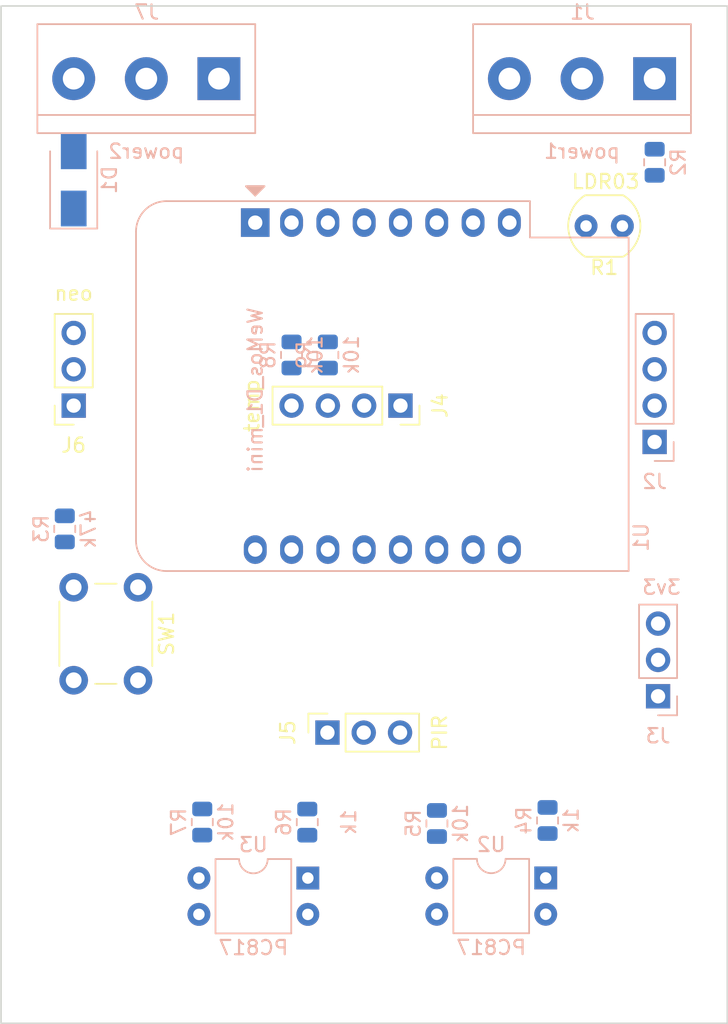
<source format=kicad_pcb>
(kicad_pcb (version 20211014) (generator pcbnew)
  (layers (0 "F.Cu" signal) (31 "B.Cu" signal) (34 "B.Paste" user) (35 "F.Paste" user) (36 "B.SilkS" user "B.Silkscreen") (37 "F.SilkS" user "F.Silkscreen") (38 "B.Mask" user) (39 "F.Mask" user) (44 "Edge.Cuts" user))
  (net 0 "")
  (net 1 "Net-(D1-Pad1)")
  (net 2 "+12V")
  (net 3 "GND")
  (net 4 "+5V")
  (net 5 "+3.3V")
  (net 6 "SCL")
  (net 7 "SDA")
  (net 8 "IN1")
  (net 9 "TX")
  (net 10 "RX")
  (net 11 "A0")
  (net 12 "D0")
  (net 14 "D5")
  (net 15 "D6")
  (net 16 "D7")
  (net 17 "D8")
  (net 19 "D4")
  (net 20 "D3")
  (net 21 "IN2")
  (net 22 "Net-(R4-Pad2)")
  (net 23 "Net-(R6-Pad2)")
  (footprint "Connector_PinSocket_2.54mm:PinSocket_1x03_P2.54mm_Vertical" (layer "F.Cu") (at 78.74 78.74 180)
    (fp_text reference "J6" (at 0 -2.77) (layer "F.SilkS"))
    (fp_text value "neo" (at 0 7.85) (layer "F.SilkS"))
    (fp_line (start 0 -1.33) (end 1.33 -1.33) (layer "F.SilkS") (width 0.12))
    (fp_line (start 1.33 1.27) (end 1.33 6.41) (layer "F.SilkS") (width 0.12))
    (fp_line (start 1.33 -1.33) (end 1.33 0) (layer "F.SilkS") (width 0.12))
    (fp_line (start -1.33 1.27) (end -1.33 6.41) (layer "F.SilkS") (width 0.12))
    (fp_line (start -1.33 1.27) (end 1.33 1.27) (layer "F.SilkS") (width 0.12))
    (fp_line (start -1.33 6.41) (end 1.33 6.41) (layer "F.SilkS") (width 0.12))
    (pad "1" thru_hole rect (at 0 0 180) (size 1.7 1.7) (drill 1) (layers *.Cu *.Mask) (net 4 "+5V"))
    (pad "2" thru_hole oval (at 0 2.54 180) (size 1.7 1.7) (drill 1) (layers *.Cu *.Mask) (net 17 "D8"))
    (pad "3" thru_hole oval (at 0 5.08 180) (size 1.7 1.7) (drill 1) (layers *.Cu *.Mask) (net 3 "GND"))
  )
  (footprint "OptoDevice:R_LDR_4.9x4.2mm_P2.54mm_Vertical" (layer "F.Cu") (at 117.123296 66.182436 180)
    (fp_text reference "R1" (at 1.27 -2.9 180) (layer "F.SilkS"))
    (fp_text value "LDR03" (at 1.17 3.1 180) (layer "F.SilkS"))
    (fp_line (start -0.05 -2.15) (end 2.6 -2.15) (layer "F.SilkS") (width 0.12))
    (fp_line (start -0.05 2.15) (end 2.6 2.15) (layer "F.SilkS") (width 0.12))
    (fp_arc (start -0.05 2.15) (mid -1.262424 0.01494) (end -0.075476 -2.134388) (layer "F.SilkS") (width 0.12))
    (fp_arc (start 2.6 -2.15) (mid 3.788646 -0.016616) (end 2.628027 2.132145) (layer "F.SilkS") (width 0.12))
    (pad "1" thru_hole circle (at 0 0 180) (size 1.6 1.6) (drill 0.8) (layers *.Cu *.Mask) (net 5 "+3.3V"))
    (pad "2" thru_hole circle (at 2.54 0 180) (size 1.6 1.6) (drill 0.8) (layers *.Cu *.Mask) (net 11 "A0"))
  )
  (footprint "Button_Switch_THT:SW_PUSH_6mm" (layer "F.Cu") (at 83.24 91.44 -90)
    (fp_text reference "SW1" (at 3.25 -2 90) (layer "F.SilkS"))
    (fp_text value "SW_Push")
    (fp_line (start -0.25 1.5) (end -0.25 3) (layer "F.SilkS") (width 0.12))
    (fp_line (start 6.75 3) (end 6.75 1.5) (layer "F.SilkS") (width 0.12))
    (fp_line (start 5.5 -1) (end 1 -1) (layer "F.SilkS") (width 0.12))
    (fp_line (start 1 5.5) (end 5.5 5.5) (layer "F.SilkS") (width 0.12))
    (pad "1" thru_hole circle (at 6.5 0) (size 2 2) (drill 1.1) (layers *.Cu *.Mask) (net 20 "D3"))
    (pad "1" thru_hole circle (at 0 0) (size 2 2) (drill 1.1) (layers *.Cu *.Mask) (net 20 "D3"))
    (pad "2" thru_hole circle (at 6.5 4.5) (size 2 2) (drill 1.1) (layers *.Cu *.Mask) (net 3 "GND"))
    (pad "2" thru_hole circle (at 0 4.5) (size 2 2) (drill 1.1) (layers *.Cu *.Mask) (net 3 "GND"))
  )
  (footprint "Connector_PinSocket_2.54mm:PinSocket_1x04_P2.54mm_Vertical" (layer "F.Cu") (at 101.6 78.74 -90)
    (fp_text reference "J4" (at 0 -2.77 90) (layer "F.SilkS"))
    (fp_text value "temp" (at 0 10.39 90) (layer "F.SilkS"))
    (fp_line (start -1.33 1.27) (end -1.33 8.95) (layer "F.SilkS") (width 0.12))
    (fp_line (start 1.33 -1.33) (end 1.33 0) (layer "F.SilkS") (width 0.12))
    (fp_line (start -1.33 1.27) (end 1.33 1.27) (layer "F.SilkS") (width 0.12))
    (fp_line (start -1.33 8.95) (end 1.33 8.95) (layer "F.SilkS") (width 0.12))
    (fp_line (start 0 -1.33) (end 1.33 -1.33) (layer "F.SilkS") (width 0.12))
    (fp_line (start 1.33 1.27) (end 1.33 8.95) (layer "F.SilkS") (width 0.12))
    (pad "1" thru_hole rect (at 0 0 270) (size 1.7 1.7) (drill 1) (layers *.Cu *.Mask) (net 5 "+3.3V"))
    (pad "2" thru_hole oval (at 0 2.54 270) (size 1.7 1.7) (drill 1) (layers *.Cu *.Mask) (net 3 "GND"))
    (pad "3" thru_hole oval (at 0 5.08 270) (size 1.7 1.7) (drill 1) (layers *.Cu *.Mask) (net 7 "SDA"))
    (pad "4" thru_hole oval (at 0 7.62 270) (size 1.7 1.7) (drill 1) (layers *.Cu *.Mask) (net 6 "SCL"))
  )
  (footprint "Connector_PinSocket_2.54mm:PinSocket_1x03_P2.54mm_Vertical" (layer "F.Cu") (at 96.49 101.6 90)
    (fp_text reference "J5" (at 0 -2.77 90) (layer "F.SilkS"))
    (fp_text value "PIR" (at 0 7.85 90) (layer "F.SilkS"))
    (fp_line (start 1.33 -1.33) (end 1.33 0) (layer "F.SilkS") (width 0.12))
    (fp_line (start -1.33 1.27) (end 1.33 1.27) (layer "F.SilkS") (width 0.12))
    (fp_line (start 1.33 1.27) (end 1.33 6.41) (layer "F.SilkS") (width 0.12))
    (fp_line (start -1.33 6.41) (end 1.33 6.41) (layer "F.SilkS") (width 0.12))
    (fp_line (start 0 -1.33) (end 1.33 -1.33) (layer "F.SilkS") (width 0.12))
    (fp_line (start -1.33 1.27) (end -1.33 6.41) (layer "F.SilkS") (width 0.12))
    (pad "1" thru_hole rect (at 0 0 90) (size 1.7 1.7) (drill 1) (layers *.Cu *.Mask) (net 4 "+5V"))
    (pad "2" thru_hole oval (at 0 2.54 90) (size 1.7 1.7) (drill 1) (layers *.Cu *.Mask) (net 14 "D5"))
    (pad "3" thru_hole oval (at 0 5.08 90) (size 1.7 1.7) (drill 1) (layers *.Cu *.Mask) (net 3 "GND"))
  )
  (footprint "Package_DIP:DIP-4_W7.62mm" (layer "B.Cu") (at 95.12 111.77 180)
    (fp_text reference "U3" (at 3.81 2.33) (layer "B.SilkS") (effects (justify mirror)))
    (fp_text value "PC817" (at 3.81 -4.87) (layer "B.SilkS") (effects (justify mirror)))
    (fp_line (start 1.16 -3.87) (end 6.46 -3.87) (layer "B.SilkS") (width 0.12))
    (fp_line (start 1.16 1.33) (end 1.16 -3.87) (layer "B.SilkS") (width 0.12))
    (fp_line (start 2.81 1.33) (end 1.16 1.33) (layer "B.SilkS") (width 0.12))
    (fp_line (start 6.46 1.33) (end 4.81 1.33) (layer "B.SilkS") (width 0.12))
    (fp_line (start 6.46 -3.87) (end 6.46 1.33) (layer "B.SilkS") (width 0.12))
    (fp_arc (start 2.81 1.33) (mid 3.81 0.33) (end 4.81 1.33) (layer "B.SilkS") (width 0.12))
    (pad "1" thru_hole rect (at 0 0 180) (size 1.6 1.6) (drill 0.8) (layers *.Cu *.Mask) (net 23 "Net-(R6-Pad2)"))
    (pad "2" thru_hole oval (at 0 -2.54 180) (size 1.6 1.6) (drill 0.8) (layers *.Cu *.Mask) (net 3 "GND"))
    (pad "3" thru_hole oval (at 7.62 -2.54 180) (size 1.6 1.6) (drill 0.8) (layers *.Cu *.Mask) (net 3 "GND"))
    (pad "4" thru_hole oval (at 7.62 0 180) (size 1.6 1.6) (drill 0.8) (layers *.Cu *.Mask) (net 16 "D7"))
  )
  (footprint "Package_DIP:DIP-4_W7.62mm" (layer "B.Cu") (at 111.76 111.76 180)
    (fp_text reference "U2" (at 3.81 2.33) (layer "B.SilkS") (effects (justify mirror)))
    (fp_text value "PC817" (at 3.81 -4.87) (layer "B.SilkS") (effects (justify mirror)))
    (fp_line (start 1.16 -3.87) (end 6.46 -3.87) (layer "B.SilkS") (width 0.12))
    (fp_line (start 2.81 1.33) (end 1.16 1.33) (layer "B.SilkS") (width 0.12))
    (fp_line (start 1.16 1.33) (end 1.16 -3.87) (layer "B.SilkS") (width 0.12))
    (fp_line (start 6.46 1.33) (end 4.81 1.33) (layer "B.SilkS") (width 0.12))
    (fp_line (start 6.46 -3.87) (end 6.46 1.33) (layer "B.SilkS") (width 0.12))
    (fp_arc (start 2.81 1.33) (mid 3.81 0.33) (end 4.81 1.33) (layer "B.SilkS") (width 0.12))
    (pad "1" thru_hole rect (at 0 0 180) (size 1.6 1.6) (drill 0.8) (layers *.Cu *.Mask) (net 22 "Net-(R4-Pad2)"))
    (pad "2" thru_hole oval (at 0 -2.54 180) (size 1.6 1.6) (drill 0.8) (layers *.Cu *.Mask) (net 3 "GND"))
    (pad "3" thru_hole oval (at 7.62 -2.54 180) (size 1.6 1.6) (drill 0.8) (layers *.Cu *.Mask) (net 3 "GND"))
    (pad "4" thru_hole oval (at 7.62 0 180) (size 1.6 1.6) (drill 0.8) (layers *.Cu *.Mask) (net 15 "D6"))
  )
  (footprint "Resistor_SMD:R_0805_2012Metric" (layer "B.Cu") (at 93.98 75.2 -90)
    (fp_text reference "R8" (at 0 1.65 90) (layer "B.SilkS") (effects (justify mirror)))
    (fp_text value "10k" (at 0 -1.65 90) (layer "B.SilkS") (effects (justify mirror)))
    (fp_line (start -0.227064 0.735) (end 0.227064 0.735) (layer "B.SilkS") (width 0.12))
    (fp_line (start -0.227064 -0.735) (end 0.227064 -0.735) (layer "B.SilkS") (width 0.12))
    (pad "1" smd roundrect (at -0.9125 0 270) (size 1.025 1.4) (layers "B.Cu" "B.Paste" "B.Mask") (roundrect_rratio 0.243902) (net 5 "+3.3V"))
    (pad "2" smd roundrect (at 0.9125 0 270) (size 1.025 1.4) (layers "B.Cu" "B.Paste" "B.Mask") (roundrect_rratio 0.243902) (net 6 "SCL"))
  )
  (footprint "Diode_SMD:D_SMA" (layer "B.Cu") (at 78.74 62.96 90)
    (fp_text reference "D1" (at 0 2.5 90) (layer "B.SilkS") (effects (justify mirror)))
    (fp_text value "D_Schottky")
    (fp_line (start -3.4 1.65) (end -3.4 -1.65) (layer "B.SilkS") (width 0.12))
    (fp_line (start -3.4 1.65) (end 2 1.65) (layer "B.SilkS") (width 0.12))
    (fp_line (start -3.4 -1.65) (end 2 -1.65) (layer "B.SilkS") (width 0.12))
    (pad "1" smd rect (at -2 0 90) (size 2.5 1.8) (layers "B.Cu" "B.Paste" "B.Mask") (net 1 "Net-(D1-Pad1)"))
    (pad "2" smd rect (at 2 0 90) (size 2.5 1.8) (layers "B.Cu" "B.Paste" "B.Mask") (net 2 "+12V"))
  )
  (footprint "Connector_PinSocket_2.54mm:PinSocket_1x03_P2.54mm_Vertical" (layer "B.Cu") (at 119.62 99.06)
    (fp_text reference "J3" (at 0 2.77) (layer "B.SilkS") (effects (justify mirror)))
    (fp_text value "3v3" (at 0.24 -7.62) (layer "B.SilkS") (effects (justify mirror)))
    (fp_line (start -1.33 -1.27) (end -1.33 -6.41) (layer "B.SilkS") (width 0.12))
    (fp_line (start -1.33 -6.41) (end 1.33 -6.41) (layer "B.SilkS") (width 0.12))
    (fp_line (start 0 1.33) (end 1.33 1.33) (layer "B.SilkS") (width 0.12))
    (fp_line (start 1.33 -1.27) (end 1.33 -6.41) (layer "B.SilkS") (width 0.12))
    (fp_line (start -1.33 -1.27) (end 1.33 -1.27) (layer "B.SilkS") (width 0.12))
    (fp_line (start 1.33 1.33) (end 1.33 0) (layer "B.SilkS") (width 0.12))
    (pad "1" thru_hole rect (at 0 0) (size 1.7 1.7) (drill 1) (layers *.Cu *.Mask) (net 4 "+5V"))
    (pad "2" thru_hole oval (at 0 -2.54) (size 1.7 1.7) (drill 1) (layers *.Cu *.Mask) (net 5 "+3.3V"))
    (pad "3" thru_hole oval (at 0 -5.08) (size 1.7 1.7) (drill 1) (layers *.Cu *.Mask) (net 3 "GND"))
  )
  (footprint "Resistor_SMD:R_0805_2012Metric" (layer "B.Cu") (at 96.52 75.2 -90)
    (fp_text reference "R9" (at 0 1.65 90) (layer "B.SilkS") (effects (justify mirror)))
    (fp_text value "10k" (at 0 -1.65 90) (layer "B.SilkS") (effects (justify mirror)))
    (fp_line (start -0.227064 -0.735) (end 0.227064 -0.735) (layer "B.SilkS") (width 0.12))
    (fp_line (start -0.227064 0.735) (end 0.227064 0.735) (layer "B.SilkS") (width 0.12))
    (pad "1" smd roundrect (at -0.9125 0 270) (size 1.025 1.4) (layers "B.Cu" "B.Paste" "B.Mask") (roundrect_rratio 0.243902) (net 5 "+3.3V"))
    (pad "2" smd roundrect (at 0.9125 0 270) (size 1.025 1.4) (layers "B.Cu" "B.Paste" "B.Mask") (roundrect_rratio 0.243902) (net 7 "SDA"))
  )
  (footprint "Resistor_SMD:R_0805_2012Metric" (layer "B.Cu") (at 78.115 87.36 -90)
    (fp_text reference "R3" (at 0 1.65 90) (layer "B.SilkS") (effects (justify mirror)))
    (fp_text value "47k" (at 0 -1.65 90) (layer "B.SilkS") (effects (justify mirror)))
    (fp_line (start -0.227064 0.735) (end 0.227064 0.735) (layer "B.SilkS") (width 0.12))
    (fp_line (start -0.227064 -0.735) (end 0.227064 -0.735) (layer "B.SilkS") (width 0.12))
    (pad "1" smd roundrect (at -0.9125 0 270) (size 1.025 1.4) (layers "B.Cu" "B.Paste" "B.Mask") (roundrect_rratio 0.243902) (net 5 "+3.3V"))
    (pad "2" smd roundrect (at 0.9125 0 270) (size 1.025 1.4) (layers "B.Cu" "B.Paste" "B.Mask") (roundrect_rratio 0.243902) (net 3 "GND"))
  )
  (footprint "Resistor_SMD:R_0805_2012Metric" (layer "B.Cu") (at 104.15 107.955 -90)
    (fp_text reference "R5" (at 0 1.65 90) (layer "B.SilkS") (effects (justify mirror)))
    (fp_text value "10k" (at 0 -1.65 90) (layer "B.SilkS") (effects (justify mirror)))
    (fp_line (start -0.227064 -0.735) (end 0.227064 -0.735) (layer "B.SilkS") (width 0.12))
    (fp_line (start -0.227064 0.735) (end 0.227064 0.735) (layer "B.SilkS") (width 0.12))
    (pad "1" smd roundrect (at -0.9125 0 270) (size 1.025 1.4) (layers "B.Cu" "B.Paste" "B.Mask") (roundrect_rratio 0.243902) (net 5 "+3.3V"))
    (pad "2" smd roundrect (at 0.9125 0 270) (size 1.025 1.4) (layers "B.Cu" "B.Paste" "B.Mask") (roundrect_rratio 0.243902) (net 15 "D6"))
  )
  (footprint "Connector_PinSocket_2.54mm:PinSocket_1x04_P2.54mm_Vertical" (layer "B.Cu") (at 119.38 81.28)
    (fp_text reference "J2" (at 0 2.77) (layer "B.SilkS") (effects (justify mirror)))
    (fp_text value "5v")
    (fp_line (start -1.33 -1.27) (end 1.33 -1.27) (layer "B.SilkS") (width 0.12))
    (fp_line (start -1.33 -8.95) (end 1.33 -8.95) (layer "B.SilkS") (width 0.12))
    (fp_line (start 1.33 -1.27) (end 1.33 -8.95) (layer "B.SilkS") (width 0.12))
    (fp_line (start 0 1.33) (end 1.33 1.33) (layer "B.SilkS") (width 0.12))
    (fp_line (start 1.33 1.33) (end 1.33 0) (layer "B.SilkS") (width 0.12))
    (fp_line (start -1.33 -1.27) (end -1.33 -8.95) (layer "B.SilkS") (width 0.12))
    (pad "1" thru_hole rect (at 0 0) (size 1.7 1.7) (drill 1) (layers *.Cu *.Mask))
    (pad "2" thru_hole oval (at 0 -2.54) (size 1.7 1.7) (drill 1) (layers *.Cu *.Mask) (net 1 "Net-(D1-Pad1)"))
    (pad "3" thru_hole oval (at 0 -5.08) (size 1.7 1.7) (drill 1) (layers *.Cu *.Mask) (net 3 "GND"))
    (pad "4" thru_hole oval (at 0 -7.62) (size 1.7 1.7) (drill 1) (layers *.Cu *.Mask) (net 4 "+5V"))
  )
  (footprint "Module:WEMOS_D1_mini_light" (layer "B.Cu") (at 91.44 65.945 -90)
    (fp_text reference "U1" (at 22 -27 90) (layer "B.SilkS") (effects (justify mirror)))
    (fp_text value "WeMos_D1_mini" (at 11.7 0 90) (layer "B.SilkS") (effects (justify mirror)))
    (fp_line (start -1.5 -19.22) (end -1.5 6.21) (layer "B.SilkS") (width 0.12))
    (fp_line (start 22.24 8.34) (end 0.63 8.34) (layer "B.SilkS") (width 0.12))
    (fp_line (start 1.04 -26.12) (end 24.36 -26.12) (layer "B.SilkS") (width 0.12))
    (fp_line (start -1.5 -19.22) (end 1.04 -19.22) (layer "B.SilkS") (width 0.12))
    (fp_line (start 1.04 -19.22) (end 1.04 -26.12) (layer "B.SilkS") (width 0.12))
    (fp_line (start 24.36 -26.12) (end 24.36 6.21) (layer "B.SilkS") (width 0.12))
    (fp_arc (start 0.63 8.34) (mid -0.876137 7.716137) (end -1.5 6.21) (layer "B.SilkS") (width 0.12))
    (fp_arc (start 24.36 6.21) (mid 23.736137 7.716137) (end 22.23 8.34) (layer "B.SilkS") (width 0.12))
    (fp_poly (pts (xy -2.54 0.635) (xy -2.54 -0.635) (xy -1.905 0)) (layer "B.SilkS") (width 0.15) (fill solid))
    (pad "1" thru_hole rect (at 0 0 270) (size 2 2) (drill 1) (layers *.Cu *.Mask))
    (pad "2" thru_hole oval (at 0 -2.54 270) (size 2 1.6) (drill 1) (layers *.Cu *.Mask) (net 11 "A0"))
    (pad "3" thru_hole oval (at 0 -5.08 270) (size 2 1.6) (drill 1) (layers *.Cu *.Mask) (net 12 "D0"))
    (pad "4" thru_hole oval (at 0 -7.62 270) (size 2 1.6) (drill 1) (layers *.Cu *.Mask) (net 14 "D5"))
    (pad "5" thru_hole oval (at 0 -10.16 270) (size 2 1.6) (drill 1) (layers *.Cu *.Mask) (net 15 "D6"))
    (pad "6" thru_hole oval (at 0 -12.7 270) (size 2 1.6) (drill 1) (layers *.Cu *.Mask) (net 16 "D7"))
    (pad "7" thru_hole oval (at 0 -15.24 270) (size 2 1.6) (drill 1) (layers *.Cu *.Mask) (net 17 "D8"))
    (pad "8" thru_hole oval (at 0 -17.78 270) (size 2 1.6) (drill 1) (layers *.Cu *.Mask))
    (pad "9" thru_hole oval (at 22.86 -17.78 270) (size 2 1.6) (drill 1) (layers *.Cu *.Mask) (net 4 "+5V"))
    (pad "10" thru_hole oval (at 22.86 -15.24 270) (size 2 1.6) (drill 1) (layers *.Cu *.Mask) (net 3 "GND"))
    (pad "11" thru_hole oval (at 22.86 -12.7 270) (size 2 1.6) (drill 1) (layers *.Cu *.Mask) (net 19 "D4"))
    (pad "12" thru_hole oval (at 22.86 -10.16 270) (size 2 1.6) (drill 1) (layers *.Cu *.Mask) (net 20 "D3"))
    (pad "13" thru_hole oval (at 22.86 -7.62 270) (size 2 1.6) (drill 1) (layers *.Cu *.Mask) (net 7 "SDA"))
    (pad "14" thru_hole oval (at 22.86 -5.08 270) (size 2 1.6) (drill 1) (layers *.Cu *.Mask) (net 6 "SCL"))
    (pad "15" thru_hole oval (at 22.86 -2.54 270) (size 2 1.6) (drill 1) (layers *.Cu *.Mask) (net 10 "RX"))
    (pad "16" thru_hole oval (at 22.86 0 270) (size 2 1.6) (drill 1) (layers *.Cu *.Mask) (net 9 "TX"))
  )
  (footprint "TerminalBlock:TerminalBlock_bornier-3_P5.08mm" (layer "B.Cu") (at 88.9 55.88 180)
    (fp_text reference "J7" (at 5.05 4.65) (layer "B.SilkS") (effects (justify mirror)))
    (fp_text value "power2" (at 5.08 -5.08) (layer "B.SilkS") (effects (justify mirror)))
    (fp_line (start 12.7 -3.81) (end 12.7 3.81) (layer "B.SilkS") (width 0.12))
    (fp_line (start -2.54 -2.54) (end 12.7 -2.54) (layer "B.SilkS") (width 0.12))
    (fp_line (start -2.54 -3.81) (end 12.7 -3.81) (layer "B.SilkS") (width 0.12))
    (fp_line (start -2.54 -3.81) (end -2.54 3.81) (layer "B.SilkS") (width 0.12))
    (fp_line (start -2.54 3.81) (end 12.7 3.81) (layer "B.SilkS") (width 0.12))
    (pad "1" thru_hole rect (at 0 0 180) (size 3 3) (drill 1.52) (layers *.Cu *.Mask) (net 3 "GND"))
    (pad "2" thru_hole circle (at 5.08 0 180) (size 3 3) (drill 1.52) (layers *.Cu *.Mask) (net 21 "IN2"))
    (pad "3" thru_hole circle (at 10.16 0 180) (size 3 3) (drill 1.52) (layers *.Cu *.Mask) (net 2 "+12V"))
  )
  (footprint "TerminalBlock:TerminalBlock_bornier-3_P5.08mm" (layer "B.Cu") (at 119.38 55.88 180)
    (fp_text reference "J1" (at 5.05 4.65) (layer "B.SilkS") (effects (justify mirror)))
    (fp_text value "power1" (at 5.08 -5.08) (layer "B.SilkS") (effects (justify mirror)))
    (fp_line (start 12.7 -3.81) (end 12.7 3.81) (layer "B.SilkS") (width 0.12))
    (fp_line (start -2.54 -2.54) (end 12.7 -2.54) (layer "B.SilkS") (width 0.12))
    (fp_line (start -2.54 -3.81) (end -2.54 3.81) (layer "B.SilkS") (width 0.12))
    (fp_line (start -2.54 -3.81) (end 12.7 -3.81) (layer "B.SilkS") (width 0.12))
    (fp_line (start -2.54 3.81) (end 12.7 3.81) (layer "B.SilkS") (width 0.12))
    (pad "1" thru_hole rect (at 0 0 180) (size 3 3) (drill 1.52) (layers *.Cu *.Mask) (net 3 "GND"))
    (pad "2" thru_hole circle (at 5.08 0 180) (size 3 3) (drill 1.52) (layers *.Cu *.Mask) (net 8 "IN1"))
    (pad "3" thru_hole circle (at 10.16 0 180) (size 3 3) (drill 1.52) (layers *.Cu *.Mask) (net 2 "+12V"))
  )
  (footprint "Resistor_SMD:R_0805_2012Metric" (layer "B.Cu") (at 95.080872 107.859564 -90)
    (fp_text reference "R6" (at 0 1.65 90) (layer "B.SilkS") (effects (justify mirror)))
    (fp_text value "1k" (at 0 -2.9 90) (layer "B.SilkS") (effects (justify mirror)))
    (fp_line (start -0.227064 0.735) (end 0.227064 0.735) (layer "B.SilkS") (width 0.12))
    (fp_line (start -0.227064 -0.735) (end 0.227064 -0.735) (layer "B.SilkS") (width 0.12))
    (pad "1" smd roundrect (at -0.9125 0 270) (size 1.025 1.4) (layers "B.Cu" "B.Paste" "B.Mask") (roundrect_rratio 0.243902) (net 21 "IN2"))
    (pad "2" smd roundrect (at 0.9125 0 270) (size 1.025 1.4) (layers "B.Cu" "B.Paste" "B.Mask") (roundrect_rratio 0.243902) (net 23 "Net-(R6-Pad2)"))
  )
  (footprint "Resistor_SMD:R_0805_2012Metric" (layer "B.Cu") (at 111.888808 107.745 -90)
    (fp_text reference "R4" (at 0 1.65 90) (layer "B.SilkS") (effects (justify mirror)))
    (fp_text value "1k" (at 0 -1.65 90) (layer "B.SilkS") (effects (justify mirror)))
    (fp_line (start -0.227064 -0.735) (end 0.227064 -0.735) (layer "B.SilkS") (width 0.12))
    (fp_line (start -0.227064 0.735) (end 0.227064 0.735) (layer "B.SilkS") (width 0.12))
    (pad "1" smd roundrect (at -0.9125 0 270) (size 1.025 1.4) (layers "B.Cu" "B.Paste" "B.Mask") (roundrect_rratio 0.243902) (net 8 "IN1"))
    (pad "2" smd roundrect (at 0.9125 0 270) (size 1.025 1.4) (layers "B.Cu" "B.Paste" "B.Mask") (roundrect_rratio 0.243902) (net 22 "Net-(R4-Pad2)"))
  )
  (footprint "Resistor_SMD:R_0805_2012Metric" (layer "B.Cu") (at 87.735 107.854128 -90)
    (fp_text reference "R7" (at 0 1.65 90) (layer "B.SilkS") (effects (justify mirror)))
    (fp_text value "10k" (at 0 -1.65 90) (layer "B.SilkS") (effects (justify mirror)))
    (fp_line (start -0.227064 0.735) (end 0.227064 0.735) (layer "B.SilkS") (width 0.12))
    (fp_line (start -0.227064 -0.735) (end 0.227064 -0.735) (layer "B.SilkS") (width 0.12))
    (pad "1" smd roundrect (at -0.9125 0 270) (size 1.025 1.4) (layers "B.Cu" "B.Paste" "B.Mask") (roundrect_rratio 0.243902) (net 5 "+3.3V"))
    (pad "2" smd roundrect (at 0.9125 0 270) (size 1.025 1.4) (layers "B.Cu" "B.Paste" "B.Mask") (roundrect_rratio 0.243902) (net 16 "D7"))
  )
  (footprint "Resistor_SMD:R_0805_2012Metric" (layer "B.Cu") (at 119.38 61.727064 90)
    (fp_text reference "R2" (at 0 1.65 90) (layer "B.SilkS") (effects (justify mirror)))
    (fp_text value "10k")
    (fp_line (start -0.227064 -0.735) (end 0.227064 -0.735) (layer "B.SilkS") (width 0.12))
    (fp_line (start -0.227064 0.735) (end 0.227064 0.735) (layer "B.SilkS") (width 0.12))
    (pad "1" smd roundrect (at -0.9125 0 90) (size 1.025 1.4) (layers "B.Cu" "B.Paste" "B.Mask") (roundrect_rratio 0.243902) (net 11 "A0"))
    (pad "2" smd roundrect (at 0.9125 0 90) (size 1.025 1.4) (layers "B.Cu" "B.Paste" "B.Mask") (roundrect_rratio 0.243902) (net 3 "GND"))
  )
  (gr_rect (start 73.66 50.8) (end 124.46 121.92) (layer "Edge.Cuts") (width 0.1) (fill none))
)
</source>
